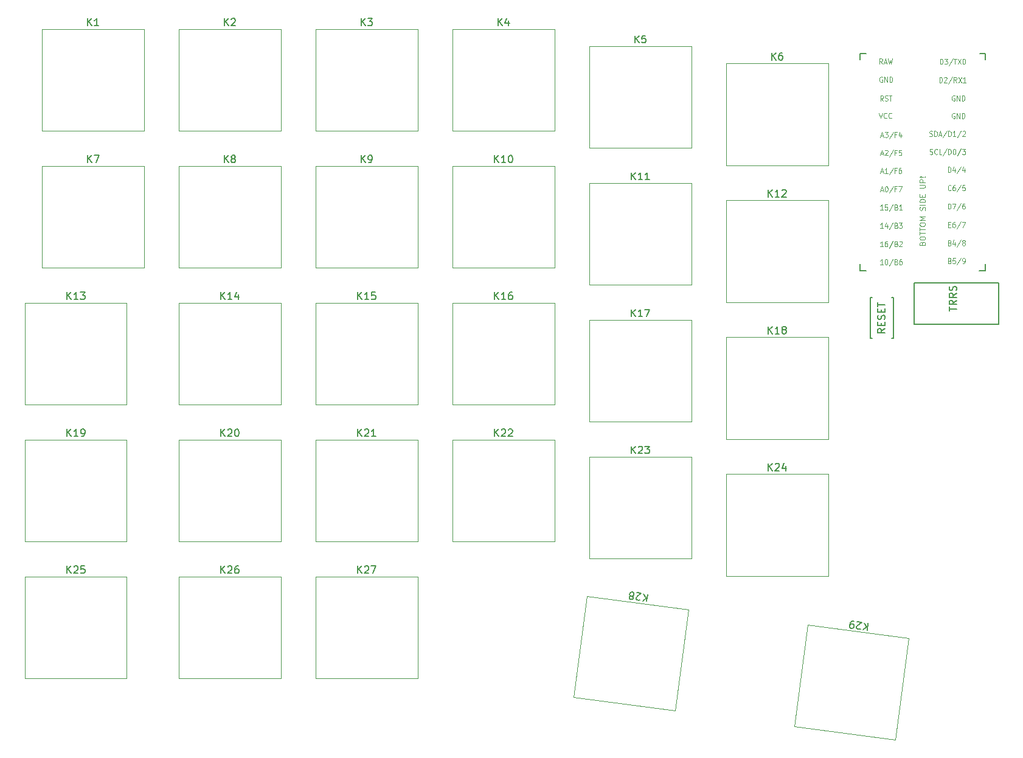
<source format=gbr>
%TF.GenerationSoftware,KiCad,Pcbnew,(6.0.4)*%
%TF.CreationDate,2022-10-11T17:38:10-05:00*%
%TF.ProjectId,GummyKey_Left,47756d6d-794b-4657-995f-4c6566742e6b,rev?*%
%TF.SameCoordinates,Original*%
%TF.FileFunction,Legend,Top*%
%TF.FilePolarity,Positive*%
%FSLAX46Y46*%
G04 Gerber Fmt 4.6, Leading zero omitted, Abs format (unit mm)*
G04 Created by KiCad (PCBNEW (6.0.4)) date 2022-10-11 17:38:10*
%MOMM*%
%LPD*%
G01*
G04 APERTURE LIST*
%ADD10C,0.100000*%
%ADD11C,0.150000*%
%ADD12C,0.125000*%
%ADD13C,0.120000*%
G04 APERTURE END LIST*
D10*
X205946428Y-77500000D02*
X205982142Y-77392857D01*
X206017857Y-77357142D01*
X206089285Y-77321428D01*
X206196428Y-77321428D01*
X206267857Y-77357142D01*
X206303571Y-77392857D01*
X206339285Y-77464285D01*
X206339285Y-77750000D01*
X205589285Y-77750000D01*
X205589285Y-77500000D01*
X205625000Y-77428571D01*
X205660714Y-77392857D01*
X205732142Y-77357142D01*
X205803571Y-77357142D01*
X205875000Y-77392857D01*
X205910714Y-77428571D01*
X205946428Y-77500000D01*
X205946428Y-77750000D01*
X205589285Y-76857142D02*
X205589285Y-76714285D01*
X205625000Y-76642857D01*
X205696428Y-76571428D01*
X205839285Y-76535714D01*
X206089285Y-76535714D01*
X206232142Y-76571428D01*
X206303571Y-76642857D01*
X206339285Y-76714285D01*
X206339285Y-76857142D01*
X206303571Y-76928571D01*
X206232142Y-77000000D01*
X206089285Y-77035714D01*
X205839285Y-77035714D01*
X205696428Y-77000000D01*
X205625000Y-76928571D01*
X205589285Y-76857142D01*
X205589285Y-76321428D02*
X205589285Y-75892857D01*
X206339285Y-76107142D02*
X205589285Y-76107142D01*
X205589285Y-75750000D02*
X205589285Y-75321428D01*
X206339285Y-75535714D02*
X205589285Y-75535714D01*
X205589285Y-74928571D02*
X205589285Y-74785714D01*
X205625000Y-74714285D01*
X205696428Y-74642857D01*
X205839285Y-74607142D01*
X206089285Y-74607142D01*
X206232142Y-74642857D01*
X206303571Y-74714285D01*
X206339285Y-74785714D01*
X206339285Y-74928571D01*
X206303571Y-75000000D01*
X206232142Y-75071428D01*
X206089285Y-75107142D01*
X205839285Y-75107142D01*
X205696428Y-75071428D01*
X205625000Y-75000000D01*
X205589285Y-74928571D01*
X206339285Y-74285714D02*
X205589285Y-74285714D01*
X206125000Y-74035714D01*
X205589285Y-73785714D01*
X206339285Y-73785714D01*
X206303571Y-72892857D02*
X206339285Y-72785714D01*
X206339285Y-72607142D01*
X206303571Y-72535714D01*
X206267857Y-72500000D01*
X206196428Y-72464285D01*
X206125000Y-72464285D01*
X206053571Y-72500000D01*
X206017857Y-72535714D01*
X205982142Y-72607142D01*
X205946428Y-72750000D01*
X205910714Y-72821428D01*
X205875000Y-72857142D01*
X205803571Y-72892857D01*
X205732142Y-72892857D01*
X205660714Y-72857142D01*
X205625000Y-72821428D01*
X205589285Y-72750000D01*
X205589285Y-72571428D01*
X205625000Y-72464285D01*
X206339285Y-72142857D02*
X205589285Y-72142857D01*
X206339285Y-71785714D02*
X205589285Y-71785714D01*
X205589285Y-71607142D01*
X205625000Y-71500000D01*
X205696428Y-71428571D01*
X205767857Y-71392857D01*
X205910714Y-71357142D01*
X206017857Y-71357142D01*
X206160714Y-71392857D01*
X206232142Y-71428571D01*
X206303571Y-71500000D01*
X206339285Y-71607142D01*
X206339285Y-71785714D01*
X205946428Y-71035714D02*
X205946428Y-70785714D01*
X206339285Y-70678571D02*
X206339285Y-71035714D01*
X205589285Y-71035714D01*
X205589285Y-70678571D01*
X205589285Y-69785714D02*
X206196428Y-69785714D01*
X206267857Y-69750000D01*
X206303571Y-69714285D01*
X206339285Y-69642857D01*
X206339285Y-69500000D01*
X206303571Y-69428571D01*
X206267857Y-69392857D01*
X206196428Y-69357142D01*
X205589285Y-69357142D01*
X206339285Y-69000000D02*
X205589285Y-69000000D01*
X205589285Y-68714285D01*
X205625000Y-68642857D01*
X205660714Y-68607142D01*
X205732142Y-68571428D01*
X205839285Y-68571428D01*
X205910714Y-68607142D01*
X205946428Y-68642857D01*
X205982142Y-68714285D01*
X205982142Y-69000000D01*
X206267857Y-68250000D02*
X206303571Y-68214285D01*
X206339285Y-68250000D01*
X206303571Y-68285714D01*
X206267857Y-68250000D01*
X206339285Y-68250000D01*
X206053571Y-68250000D02*
X205625000Y-68285714D01*
X205589285Y-68250000D01*
X205625000Y-68214285D01*
X206053571Y-68250000D01*
X205589285Y-68250000D01*
D11*
%TO.C,K18*%
X184523214Y-90083630D02*
X184523214Y-89083630D01*
X185094642Y-90083630D02*
X184666071Y-89512202D01*
X185094642Y-89083630D02*
X184523214Y-89655059D01*
X186047023Y-90083630D02*
X185475595Y-90083630D01*
X185761309Y-90083630D02*
X185761309Y-89083630D01*
X185666071Y-89226488D01*
X185570833Y-89321726D01*
X185475595Y-89369345D01*
X186618452Y-89512202D02*
X186523214Y-89464583D01*
X186475595Y-89416964D01*
X186427976Y-89321726D01*
X186427976Y-89274107D01*
X186475595Y-89178869D01*
X186523214Y-89131250D01*
X186618452Y-89083630D01*
X186808928Y-89083630D01*
X186904166Y-89131250D01*
X186951785Y-89178869D01*
X186999404Y-89274107D01*
X186999404Y-89321726D01*
X186951785Y-89416964D01*
X186904166Y-89464583D01*
X186808928Y-89512202D01*
X186618452Y-89512202D01*
X186523214Y-89559821D01*
X186475595Y-89607440D01*
X186427976Y-89702678D01*
X186427976Y-89893154D01*
X186475595Y-89988392D01*
X186523214Y-90036011D01*
X186618452Y-90083630D01*
X186808928Y-90083630D01*
X186904166Y-90036011D01*
X186951785Y-89988392D01*
X186999404Y-89893154D01*
X186999404Y-89702678D01*
X186951785Y-89607440D01*
X186904166Y-89559821D01*
X186808928Y-89512202D01*
%TO.C,K1*%
X89749404Y-47221130D02*
X89749404Y-46221130D01*
X90320833Y-47221130D02*
X89892261Y-46649702D01*
X90320833Y-46221130D02*
X89749404Y-46792559D01*
X91273214Y-47221130D02*
X90701785Y-47221130D01*
X90987500Y-47221130D02*
X90987500Y-46221130D01*
X90892261Y-46363988D01*
X90797023Y-46459226D01*
X90701785Y-46506845D01*
%TO.C,K10*%
X146423214Y-66271130D02*
X146423214Y-65271130D01*
X146994642Y-66271130D02*
X146566071Y-65699702D01*
X146994642Y-65271130D02*
X146423214Y-65842559D01*
X147947023Y-66271130D02*
X147375595Y-66271130D01*
X147661309Y-66271130D02*
X147661309Y-65271130D01*
X147566071Y-65413988D01*
X147470833Y-65509226D01*
X147375595Y-65556845D01*
X148566071Y-65271130D02*
X148661309Y-65271130D01*
X148756547Y-65318750D01*
X148804166Y-65366369D01*
X148851785Y-65461607D01*
X148899404Y-65652083D01*
X148899404Y-65890178D01*
X148851785Y-66080654D01*
X148804166Y-66175892D01*
X148756547Y-66223511D01*
X148661309Y-66271130D01*
X148566071Y-66271130D01*
X148470833Y-66223511D01*
X148423214Y-66175892D01*
X148375595Y-66080654D01*
X148327976Y-65890178D01*
X148327976Y-65652083D01*
X148375595Y-65461607D01*
X148423214Y-65366369D01*
X148470833Y-65318750D01*
X148566071Y-65271130D01*
%TO.C,K2*%
X108799404Y-47221130D02*
X108799404Y-46221130D01*
X109370833Y-47221130D02*
X108942261Y-46649702D01*
X109370833Y-46221130D02*
X108799404Y-46792559D01*
X109751785Y-46316369D02*
X109799404Y-46268750D01*
X109894642Y-46221130D01*
X110132738Y-46221130D01*
X110227976Y-46268750D01*
X110275595Y-46316369D01*
X110323214Y-46411607D01*
X110323214Y-46506845D01*
X110275595Y-46649702D01*
X109704166Y-47221130D01*
X110323214Y-47221130D01*
%TO.C,K23*%
X165473214Y-106752380D02*
X165473214Y-105752380D01*
X166044642Y-106752380D02*
X165616071Y-106180952D01*
X166044642Y-105752380D02*
X165473214Y-106323809D01*
X166425595Y-105847619D02*
X166473214Y-105800000D01*
X166568452Y-105752380D01*
X166806547Y-105752380D01*
X166901785Y-105800000D01*
X166949404Y-105847619D01*
X166997023Y-105942857D01*
X166997023Y-106038095D01*
X166949404Y-106180952D01*
X166377976Y-106752380D01*
X166997023Y-106752380D01*
X167330357Y-105752380D02*
X167949404Y-105752380D01*
X167616071Y-106133333D01*
X167758928Y-106133333D01*
X167854166Y-106180952D01*
X167901785Y-106228571D01*
X167949404Y-106323809D01*
X167949404Y-106561904D01*
X167901785Y-106657142D01*
X167854166Y-106704761D01*
X167758928Y-106752380D01*
X167473214Y-106752380D01*
X167377976Y-106704761D01*
X167330357Y-106657142D01*
%TO.C,K27*%
X127373214Y-123421130D02*
X127373214Y-122421130D01*
X127944642Y-123421130D02*
X127516071Y-122849702D01*
X127944642Y-122421130D02*
X127373214Y-122992559D01*
X128325595Y-122516369D02*
X128373214Y-122468750D01*
X128468452Y-122421130D01*
X128706547Y-122421130D01*
X128801785Y-122468750D01*
X128849404Y-122516369D01*
X128897023Y-122611607D01*
X128897023Y-122706845D01*
X128849404Y-122849702D01*
X128277976Y-123421130D01*
X128897023Y-123421130D01*
X129230357Y-122421130D02*
X129897023Y-122421130D01*
X129468452Y-123421130D01*
%TO.C,K6*%
X184999404Y-51983630D02*
X184999404Y-50983630D01*
X185570833Y-51983630D02*
X185142261Y-51412202D01*
X185570833Y-50983630D02*
X184999404Y-51555059D01*
X186427976Y-50983630D02*
X186237500Y-50983630D01*
X186142261Y-51031250D01*
X186094642Y-51078869D01*
X185999404Y-51221726D01*
X185951785Y-51412202D01*
X185951785Y-51793154D01*
X185999404Y-51888392D01*
X186047023Y-51936011D01*
X186142261Y-51983630D01*
X186332738Y-51983630D01*
X186427976Y-51936011D01*
X186475595Y-51888392D01*
X186523214Y-51793154D01*
X186523214Y-51555059D01*
X186475595Y-51459821D01*
X186427976Y-51412202D01*
X186332738Y-51364583D01*
X186142261Y-51364583D01*
X186047023Y-51412202D01*
X185999404Y-51459821D01*
X185951785Y-51555059D01*
D12*
%TO.C,U1*%
X200401880Y-52536285D02*
X200178547Y-52179142D01*
X200019023Y-52536285D02*
X200019023Y-51786285D01*
X200274261Y-51786285D01*
X200338071Y-51822000D01*
X200369976Y-51857714D01*
X200401880Y-51929142D01*
X200401880Y-52036285D01*
X200369976Y-52107714D01*
X200338071Y-52143428D01*
X200274261Y-52179142D01*
X200019023Y-52179142D01*
X200657119Y-52322000D02*
X200976166Y-52322000D01*
X200593309Y-52536285D02*
X200816642Y-51786285D01*
X201039976Y-52536285D01*
X201199500Y-51786285D02*
X201359023Y-52536285D01*
X201486642Y-52000571D01*
X201614261Y-52536285D01*
X201773785Y-51786285D01*
X200169285Y-67550000D02*
X200488333Y-67550000D01*
X200105476Y-67764285D02*
X200328809Y-67014285D01*
X200552142Y-67764285D01*
X201126428Y-67764285D02*
X200743571Y-67764285D01*
X200935000Y-67764285D02*
X200935000Y-67014285D01*
X200871190Y-67121428D01*
X200807380Y-67192857D01*
X200743571Y-67228571D01*
X201892142Y-66978571D02*
X201317857Y-67942857D01*
X202338809Y-67371428D02*
X202115476Y-67371428D01*
X202115476Y-67764285D02*
X202115476Y-67014285D01*
X202434523Y-67014285D01*
X202976904Y-67014285D02*
X202849285Y-67014285D01*
X202785476Y-67050000D01*
X202753571Y-67085714D01*
X202689761Y-67192857D01*
X202657857Y-67335714D01*
X202657857Y-67621428D01*
X202689761Y-67692857D01*
X202721666Y-67728571D01*
X202785476Y-67764285D01*
X202913095Y-67764285D01*
X202976904Y-67728571D01*
X203008809Y-67692857D01*
X203040714Y-67621428D01*
X203040714Y-67442857D01*
X203008809Y-67371428D01*
X202976904Y-67335714D01*
X202913095Y-67300000D01*
X202785476Y-67300000D01*
X202721666Y-67335714D01*
X202689761Y-67371428D01*
X202657857Y-67442857D01*
X199931666Y-59349285D02*
X200155000Y-60099285D01*
X200378333Y-59349285D01*
X200984523Y-60027857D02*
X200952619Y-60063571D01*
X200856904Y-60099285D01*
X200793095Y-60099285D01*
X200697380Y-60063571D01*
X200633571Y-59992142D01*
X200601666Y-59920714D01*
X200569761Y-59777857D01*
X200569761Y-59670714D01*
X200601666Y-59527857D01*
X200633571Y-59456428D01*
X200697380Y-59385000D01*
X200793095Y-59349285D01*
X200856904Y-59349285D01*
X200952619Y-59385000D01*
X200984523Y-59420714D01*
X201654523Y-60027857D02*
X201622619Y-60063571D01*
X201526904Y-60099285D01*
X201463095Y-60099285D01*
X201367380Y-60063571D01*
X201303571Y-59992142D01*
X201271666Y-59920714D01*
X201239761Y-59777857D01*
X201239761Y-59670714D01*
X201271666Y-59527857D01*
X201303571Y-59456428D01*
X201367380Y-59385000D01*
X201463095Y-59349285D01*
X201526904Y-59349285D01*
X201622619Y-59385000D01*
X201654523Y-59420714D01*
X200497595Y-57679785D02*
X200274261Y-57322642D01*
X200114738Y-57679785D02*
X200114738Y-56929785D01*
X200369976Y-56929785D01*
X200433785Y-56965500D01*
X200465690Y-57001214D01*
X200497595Y-57072642D01*
X200497595Y-57179785D01*
X200465690Y-57251214D01*
X200433785Y-57286928D01*
X200369976Y-57322642D01*
X200114738Y-57322642D01*
X200752833Y-57644071D02*
X200848547Y-57679785D01*
X201008071Y-57679785D01*
X201071880Y-57644071D01*
X201103785Y-57608357D01*
X201135690Y-57536928D01*
X201135690Y-57465500D01*
X201103785Y-57394071D01*
X201071880Y-57358357D01*
X201008071Y-57322642D01*
X200880452Y-57286928D01*
X200816642Y-57251214D01*
X200784738Y-57215500D01*
X200752833Y-57144071D01*
X200752833Y-57072642D01*
X200784738Y-57001214D01*
X200816642Y-56965500D01*
X200880452Y-56929785D01*
X201039976Y-56929785D01*
X201135690Y-56965500D01*
X201327119Y-56929785D02*
X201709976Y-56929785D01*
X201518547Y-57679785D02*
X201518547Y-56929785D01*
X200169285Y-70100000D02*
X200488333Y-70100000D01*
X200105476Y-70314285D02*
X200328809Y-69564285D01*
X200552142Y-70314285D01*
X200903095Y-69564285D02*
X200966904Y-69564285D01*
X201030714Y-69600000D01*
X201062619Y-69635714D01*
X201094523Y-69707142D01*
X201126428Y-69850000D01*
X201126428Y-70028571D01*
X201094523Y-70171428D01*
X201062619Y-70242857D01*
X201030714Y-70278571D01*
X200966904Y-70314285D01*
X200903095Y-70314285D01*
X200839285Y-70278571D01*
X200807380Y-70242857D01*
X200775476Y-70171428D01*
X200743571Y-70028571D01*
X200743571Y-69850000D01*
X200775476Y-69707142D01*
X200807380Y-69635714D01*
X200839285Y-69600000D01*
X200903095Y-69564285D01*
X201892142Y-69528571D02*
X201317857Y-70492857D01*
X202338809Y-69921428D02*
X202115476Y-69921428D01*
X202115476Y-70314285D02*
X202115476Y-69564285D01*
X202434523Y-69564285D01*
X202625952Y-69564285D02*
X203072619Y-69564285D01*
X202785476Y-70314285D01*
X206982380Y-65078571D02*
X207078095Y-65114285D01*
X207237619Y-65114285D01*
X207301428Y-65078571D01*
X207333333Y-65042857D01*
X207365238Y-64971428D01*
X207365238Y-64900000D01*
X207333333Y-64828571D01*
X207301428Y-64792857D01*
X207237619Y-64757142D01*
X207110000Y-64721428D01*
X207046190Y-64685714D01*
X207014285Y-64650000D01*
X206982380Y-64578571D01*
X206982380Y-64507142D01*
X207014285Y-64435714D01*
X207046190Y-64400000D01*
X207110000Y-64364285D01*
X207269523Y-64364285D01*
X207365238Y-64400000D01*
X208035238Y-65042857D02*
X208003333Y-65078571D01*
X207907619Y-65114285D01*
X207843809Y-65114285D01*
X207748095Y-65078571D01*
X207684285Y-65007142D01*
X207652380Y-64935714D01*
X207620476Y-64792857D01*
X207620476Y-64685714D01*
X207652380Y-64542857D01*
X207684285Y-64471428D01*
X207748095Y-64400000D01*
X207843809Y-64364285D01*
X207907619Y-64364285D01*
X208003333Y-64400000D01*
X208035238Y-64435714D01*
X208641428Y-65114285D02*
X208322380Y-65114285D01*
X208322380Y-64364285D01*
X209343333Y-64328571D02*
X208769047Y-65292857D01*
X209566666Y-65114285D02*
X209566666Y-64364285D01*
X209726190Y-64364285D01*
X209821904Y-64400000D01*
X209885714Y-64471428D01*
X209917619Y-64542857D01*
X209949523Y-64685714D01*
X209949523Y-64792857D01*
X209917619Y-64935714D01*
X209885714Y-65007142D01*
X209821904Y-65078571D01*
X209726190Y-65114285D01*
X209566666Y-65114285D01*
X210364285Y-64364285D02*
X210428095Y-64364285D01*
X210491904Y-64400000D01*
X210523809Y-64435714D01*
X210555714Y-64507142D01*
X210587619Y-64650000D01*
X210587619Y-64828571D01*
X210555714Y-64971428D01*
X210523809Y-65042857D01*
X210491904Y-65078571D01*
X210428095Y-65114285D01*
X210364285Y-65114285D01*
X210300476Y-65078571D01*
X210268571Y-65042857D01*
X210236666Y-64971428D01*
X210204761Y-64828571D01*
X210204761Y-64650000D01*
X210236666Y-64507142D01*
X210268571Y-64435714D01*
X210300476Y-64400000D01*
X210364285Y-64364285D01*
X211353333Y-64328571D02*
X210779047Y-65292857D01*
X211512857Y-64364285D02*
X211927619Y-64364285D01*
X211704285Y-64650000D01*
X211800000Y-64650000D01*
X211863809Y-64685714D01*
X211895714Y-64721428D01*
X211927619Y-64792857D01*
X211927619Y-64971428D01*
X211895714Y-65042857D01*
X211863809Y-65078571D01*
X211800000Y-65114285D01*
X211608571Y-65114285D01*
X211544761Y-65078571D01*
X211512857Y-65042857D01*
X200169285Y-65050000D02*
X200488333Y-65050000D01*
X200105476Y-65264285D02*
X200328809Y-64514285D01*
X200552142Y-65264285D01*
X200743571Y-64585714D02*
X200775476Y-64550000D01*
X200839285Y-64514285D01*
X200998809Y-64514285D01*
X201062619Y-64550000D01*
X201094523Y-64585714D01*
X201126428Y-64657142D01*
X201126428Y-64728571D01*
X201094523Y-64835714D01*
X200711666Y-65264285D01*
X201126428Y-65264285D01*
X201892142Y-64478571D02*
X201317857Y-65442857D01*
X202338809Y-64871428D02*
X202115476Y-64871428D01*
X202115476Y-65264285D02*
X202115476Y-64514285D01*
X202434523Y-64514285D01*
X203008809Y-64514285D02*
X202689761Y-64514285D01*
X202657857Y-64871428D01*
X202689761Y-64835714D01*
X202753571Y-64800000D01*
X202913095Y-64800000D01*
X202976904Y-64835714D01*
X203008809Y-64871428D01*
X203040714Y-64942857D01*
X203040714Y-65121428D01*
X203008809Y-65192857D01*
X202976904Y-65228571D01*
X202913095Y-65264285D01*
X202753571Y-65264285D01*
X202689761Y-65228571D01*
X202657857Y-65192857D01*
X200472380Y-72864285D02*
X200089523Y-72864285D01*
X200280952Y-72864285D02*
X200280952Y-72114285D01*
X200217142Y-72221428D01*
X200153333Y-72292857D01*
X200089523Y-72328571D01*
X201078571Y-72114285D02*
X200759523Y-72114285D01*
X200727619Y-72471428D01*
X200759523Y-72435714D01*
X200823333Y-72400000D01*
X200982857Y-72400000D01*
X201046666Y-72435714D01*
X201078571Y-72471428D01*
X201110476Y-72542857D01*
X201110476Y-72721428D01*
X201078571Y-72792857D01*
X201046666Y-72828571D01*
X200982857Y-72864285D01*
X200823333Y-72864285D01*
X200759523Y-72828571D01*
X200727619Y-72792857D01*
X201876190Y-72078571D02*
X201301904Y-73042857D01*
X202322857Y-72471428D02*
X202418571Y-72507142D01*
X202450476Y-72542857D01*
X202482380Y-72614285D01*
X202482380Y-72721428D01*
X202450476Y-72792857D01*
X202418571Y-72828571D01*
X202354761Y-72864285D01*
X202099523Y-72864285D01*
X202099523Y-72114285D01*
X202322857Y-72114285D01*
X202386666Y-72150000D01*
X202418571Y-72185714D01*
X202450476Y-72257142D01*
X202450476Y-72328571D01*
X202418571Y-72400000D01*
X202386666Y-72435714D01*
X202322857Y-72471428D01*
X202099523Y-72471428D01*
X203120476Y-72864285D02*
X202737619Y-72864285D01*
X202929047Y-72864285D02*
X202929047Y-72114285D01*
X202865238Y-72221428D01*
X202801428Y-72292857D01*
X202737619Y-72328571D01*
X210444523Y-56950000D02*
X210380714Y-56914285D01*
X210285000Y-56914285D01*
X210189285Y-56950000D01*
X210125476Y-57021428D01*
X210093571Y-57092857D01*
X210061666Y-57235714D01*
X210061666Y-57342857D01*
X210093571Y-57485714D01*
X210125476Y-57557142D01*
X210189285Y-57628571D01*
X210285000Y-57664285D01*
X210348809Y-57664285D01*
X210444523Y-57628571D01*
X210476428Y-57592857D01*
X210476428Y-57342857D01*
X210348809Y-57342857D01*
X210763571Y-57664285D02*
X210763571Y-56914285D01*
X211146428Y-57664285D01*
X211146428Y-56914285D01*
X211465476Y-57664285D02*
X211465476Y-56914285D01*
X211625000Y-56914285D01*
X211720714Y-56950000D01*
X211784523Y-57021428D01*
X211816428Y-57092857D01*
X211848333Y-57235714D01*
X211848333Y-57342857D01*
X211816428Y-57485714D01*
X211784523Y-57557142D01*
X211720714Y-57628571D01*
X211625000Y-57664285D01*
X211465476Y-57664285D01*
X200374523Y-54360000D02*
X200310714Y-54324285D01*
X200215000Y-54324285D01*
X200119285Y-54360000D01*
X200055476Y-54431428D01*
X200023571Y-54502857D01*
X199991666Y-54645714D01*
X199991666Y-54752857D01*
X200023571Y-54895714D01*
X200055476Y-54967142D01*
X200119285Y-55038571D01*
X200215000Y-55074285D01*
X200278809Y-55074285D01*
X200374523Y-55038571D01*
X200406428Y-55002857D01*
X200406428Y-54752857D01*
X200278809Y-54752857D01*
X200693571Y-55074285D02*
X200693571Y-54324285D01*
X201076428Y-55074285D01*
X201076428Y-54324285D01*
X201395476Y-55074285D02*
X201395476Y-54324285D01*
X201555000Y-54324285D01*
X201650714Y-54360000D01*
X201714523Y-54431428D01*
X201746428Y-54502857D01*
X201778333Y-54645714D01*
X201778333Y-54752857D01*
X201746428Y-54895714D01*
X201714523Y-54967142D01*
X201650714Y-55038571D01*
X201555000Y-55074285D01*
X201395476Y-55074285D01*
X200472380Y-75414285D02*
X200089523Y-75414285D01*
X200280952Y-75414285D02*
X200280952Y-74664285D01*
X200217142Y-74771428D01*
X200153333Y-74842857D01*
X200089523Y-74878571D01*
X201046666Y-74914285D02*
X201046666Y-75414285D01*
X200887142Y-74628571D02*
X200727619Y-75164285D01*
X201142380Y-75164285D01*
X201876190Y-74628571D02*
X201301904Y-75592857D01*
X202322857Y-75021428D02*
X202418571Y-75057142D01*
X202450476Y-75092857D01*
X202482380Y-75164285D01*
X202482380Y-75271428D01*
X202450476Y-75342857D01*
X202418571Y-75378571D01*
X202354761Y-75414285D01*
X202099523Y-75414285D01*
X202099523Y-74664285D01*
X202322857Y-74664285D01*
X202386666Y-74700000D01*
X202418571Y-74735714D01*
X202450476Y-74807142D01*
X202450476Y-74878571D01*
X202418571Y-74950000D01*
X202386666Y-74985714D01*
X202322857Y-75021428D01*
X202099523Y-75021428D01*
X202705714Y-74664285D02*
X203120476Y-74664285D01*
X202897142Y-74950000D01*
X202992857Y-74950000D01*
X203056666Y-74985714D01*
X203088571Y-75021428D01*
X203120476Y-75092857D01*
X203120476Y-75271428D01*
X203088571Y-75342857D01*
X203056666Y-75378571D01*
X202992857Y-75414285D01*
X202801428Y-75414285D01*
X202737619Y-75378571D01*
X202705714Y-75342857D01*
X200472380Y-77964285D02*
X200089523Y-77964285D01*
X200280952Y-77964285D02*
X200280952Y-77214285D01*
X200217142Y-77321428D01*
X200153333Y-77392857D01*
X200089523Y-77428571D01*
X201046666Y-77214285D02*
X200919047Y-77214285D01*
X200855238Y-77250000D01*
X200823333Y-77285714D01*
X200759523Y-77392857D01*
X200727619Y-77535714D01*
X200727619Y-77821428D01*
X200759523Y-77892857D01*
X200791428Y-77928571D01*
X200855238Y-77964285D01*
X200982857Y-77964285D01*
X201046666Y-77928571D01*
X201078571Y-77892857D01*
X201110476Y-77821428D01*
X201110476Y-77642857D01*
X201078571Y-77571428D01*
X201046666Y-77535714D01*
X200982857Y-77500000D01*
X200855238Y-77500000D01*
X200791428Y-77535714D01*
X200759523Y-77571428D01*
X200727619Y-77642857D01*
X201876190Y-77178571D02*
X201301904Y-78142857D01*
X202322857Y-77571428D02*
X202418571Y-77607142D01*
X202450476Y-77642857D01*
X202482380Y-77714285D01*
X202482380Y-77821428D01*
X202450476Y-77892857D01*
X202418571Y-77928571D01*
X202354761Y-77964285D01*
X202099523Y-77964285D01*
X202099523Y-77214285D01*
X202322857Y-77214285D01*
X202386666Y-77250000D01*
X202418571Y-77285714D01*
X202450476Y-77357142D01*
X202450476Y-77428571D01*
X202418571Y-77500000D01*
X202386666Y-77535714D01*
X202322857Y-77571428D01*
X202099523Y-77571428D01*
X202737619Y-77285714D02*
X202769523Y-77250000D01*
X202833333Y-77214285D01*
X202992857Y-77214285D01*
X203056666Y-77250000D01*
X203088571Y-77285714D01*
X203120476Y-77357142D01*
X203120476Y-77428571D01*
X203088571Y-77535714D01*
X202705714Y-77964285D01*
X203120476Y-77964285D01*
X209540476Y-67614285D02*
X209540476Y-66864285D01*
X209700000Y-66864285D01*
X209795714Y-66900000D01*
X209859523Y-66971428D01*
X209891428Y-67042857D01*
X209923333Y-67185714D01*
X209923333Y-67292857D01*
X209891428Y-67435714D01*
X209859523Y-67507142D01*
X209795714Y-67578571D01*
X209700000Y-67614285D01*
X209540476Y-67614285D01*
X210497619Y-67114285D02*
X210497619Y-67614285D01*
X210338095Y-66828571D02*
X210178571Y-67364285D01*
X210593333Y-67364285D01*
X211327142Y-66828571D02*
X210752857Y-67792857D01*
X211837619Y-67114285D02*
X211837619Y-67614285D01*
X211678095Y-66828571D02*
X211518571Y-67364285D01*
X211933333Y-67364285D01*
X210444523Y-59400000D02*
X210380714Y-59364285D01*
X210285000Y-59364285D01*
X210189285Y-59400000D01*
X210125476Y-59471428D01*
X210093571Y-59542857D01*
X210061666Y-59685714D01*
X210061666Y-59792857D01*
X210093571Y-59935714D01*
X210125476Y-60007142D01*
X210189285Y-60078571D01*
X210285000Y-60114285D01*
X210348809Y-60114285D01*
X210444523Y-60078571D01*
X210476428Y-60042857D01*
X210476428Y-59792857D01*
X210348809Y-59792857D01*
X210763571Y-60114285D02*
X210763571Y-59364285D01*
X211146428Y-60114285D01*
X211146428Y-59364285D01*
X211465476Y-60114285D02*
X211465476Y-59364285D01*
X211625000Y-59364285D01*
X211720714Y-59400000D01*
X211784523Y-59471428D01*
X211816428Y-59542857D01*
X211848333Y-59685714D01*
X211848333Y-59792857D01*
X211816428Y-59935714D01*
X211784523Y-60007142D01*
X211720714Y-60078571D01*
X211625000Y-60114285D01*
X211465476Y-60114285D01*
X206966428Y-62578571D02*
X207062142Y-62614285D01*
X207221666Y-62614285D01*
X207285476Y-62578571D01*
X207317380Y-62542857D01*
X207349285Y-62471428D01*
X207349285Y-62400000D01*
X207317380Y-62328571D01*
X207285476Y-62292857D01*
X207221666Y-62257142D01*
X207094047Y-62221428D01*
X207030238Y-62185714D01*
X206998333Y-62150000D01*
X206966428Y-62078571D01*
X206966428Y-62007142D01*
X206998333Y-61935714D01*
X207030238Y-61900000D01*
X207094047Y-61864285D01*
X207253571Y-61864285D01*
X207349285Y-61900000D01*
X207636428Y-62614285D02*
X207636428Y-61864285D01*
X207795952Y-61864285D01*
X207891666Y-61900000D01*
X207955476Y-61971428D01*
X207987380Y-62042857D01*
X208019285Y-62185714D01*
X208019285Y-62292857D01*
X207987380Y-62435714D01*
X207955476Y-62507142D01*
X207891666Y-62578571D01*
X207795952Y-62614285D01*
X207636428Y-62614285D01*
X208274523Y-62400000D02*
X208593571Y-62400000D01*
X208210714Y-62614285D02*
X208434047Y-61864285D01*
X208657380Y-62614285D01*
X209359285Y-61828571D02*
X208785000Y-62792857D01*
X209582619Y-62614285D02*
X209582619Y-61864285D01*
X209742142Y-61864285D01*
X209837857Y-61900000D01*
X209901666Y-61971428D01*
X209933571Y-62042857D01*
X209965476Y-62185714D01*
X209965476Y-62292857D01*
X209933571Y-62435714D01*
X209901666Y-62507142D01*
X209837857Y-62578571D01*
X209742142Y-62614285D01*
X209582619Y-62614285D01*
X210603571Y-62614285D02*
X210220714Y-62614285D01*
X210412142Y-62614285D02*
X210412142Y-61864285D01*
X210348333Y-61971428D01*
X210284523Y-62042857D01*
X210220714Y-62078571D01*
X211369285Y-61828571D02*
X210795000Y-62792857D01*
X211560714Y-61935714D02*
X211592619Y-61900000D01*
X211656428Y-61864285D01*
X211815952Y-61864285D01*
X211879761Y-61900000D01*
X211911666Y-61935714D01*
X211943571Y-62007142D01*
X211943571Y-62078571D01*
X211911666Y-62185714D01*
X211528809Y-62614285D01*
X211943571Y-62614285D01*
X209923333Y-70092857D02*
X209891428Y-70128571D01*
X209795714Y-70164285D01*
X209731904Y-70164285D01*
X209636190Y-70128571D01*
X209572380Y-70057142D01*
X209540476Y-69985714D01*
X209508571Y-69842857D01*
X209508571Y-69735714D01*
X209540476Y-69592857D01*
X209572380Y-69521428D01*
X209636190Y-69450000D01*
X209731904Y-69414285D01*
X209795714Y-69414285D01*
X209891428Y-69450000D01*
X209923333Y-69485714D01*
X210497619Y-69414285D02*
X210370000Y-69414285D01*
X210306190Y-69450000D01*
X210274285Y-69485714D01*
X210210476Y-69592857D01*
X210178571Y-69735714D01*
X210178571Y-70021428D01*
X210210476Y-70092857D01*
X210242380Y-70128571D01*
X210306190Y-70164285D01*
X210433809Y-70164285D01*
X210497619Y-70128571D01*
X210529523Y-70092857D01*
X210561428Y-70021428D01*
X210561428Y-69842857D01*
X210529523Y-69771428D01*
X210497619Y-69735714D01*
X210433809Y-69700000D01*
X210306190Y-69700000D01*
X210242380Y-69735714D01*
X210210476Y-69771428D01*
X210178571Y-69842857D01*
X211327142Y-69378571D02*
X210752857Y-70342857D01*
X211869523Y-69414285D02*
X211550476Y-69414285D01*
X211518571Y-69771428D01*
X211550476Y-69735714D01*
X211614285Y-69700000D01*
X211773809Y-69700000D01*
X211837619Y-69735714D01*
X211869523Y-69771428D01*
X211901428Y-69842857D01*
X211901428Y-70021428D01*
X211869523Y-70092857D01*
X211837619Y-70128571D01*
X211773809Y-70164285D01*
X211614285Y-70164285D01*
X211550476Y-70128571D01*
X211518571Y-70092857D01*
X209572380Y-74871428D02*
X209795714Y-74871428D01*
X209891428Y-75264285D02*
X209572380Y-75264285D01*
X209572380Y-74514285D01*
X209891428Y-74514285D01*
X210465714Y-74514285D02*
X210338095Y-74514285D01*
X210274285Y-74550000D01*
X210242380Y-74585714D01*
X210178571Y-74692857D01*
X210146666Y-74835714D01*
X210146666Y-75121428D01*
X210178571Y-75192857D01*
X210210476Y-75228571D01*
X210274285Y-75264285D01*
X210401904Y-75264285D01*
X210465714Y-75228571D01*
X210497619Y-75192857D01*
X210529523Y-75121428D01*
X210529523Y-74942857D01*
X210497619Y-74871428D01*
X210465714Y-74835714D01*
X210401904Y-74800000D01*
X210274285Y-74800000D01*
X210210476Y-74835714D01*
X210178571Y-74871428D01*
X210146666Y-74942857D01*
X211295238Y-74478571D02*
X210720952Y-75442857D01*
X211454761Y-74514285D02*
X211901428Y-74514285D01*
X211614285Y-75264285D01*
X209763809Y-79921428D02*
X209859523Y-79957142D01*
X209891428Y-79992857D01*
X209923333Y-80064285D01*
X209923333Y-80171428D01*
X209891428Y-80242857D01*
X209859523Y-80278571D01*
X209795714Y-80314285D01*
X209540476Y-80314285D01*
X209540476Y-79564285D01*
X209763809Y-79564285D01*
X209827619Y-79600000D01*
X209859523Y-79635714D01*
X209891428Y-79707142D01*
X209891428Y-79778571D01*
X209859523Y-79850000D01*
X209827619Y-79885714D01*
X209763809Y-79921428D01*
X209540476Y-79921428D01*
X210529523Y-79564285D02*
X210210476Y-79564285D01*
X210178571Y-79921428D01*
X210210476Y-79885714D01*
X210274285Y-79850000D01*
X210433809Y-79850000D01*
X210497619Y-79885714D01*
X210529523Y-79921428D01*
X210561428Y-79992857D01*
X210561428Y-80171428D01*
X210529523Y-80242857D01*
X210497619Y-80278571D01*
X210433809Y-80314285D01*
X210274285Y-80314285D01*
X210210476Y-80278571D01*
X210178571Y-80242857D01*
X211327142Y-79528571D02*
X210752857Y-80492857D01*
X211582380Y-80314285D02*
X211710000Y-80314285D01*
X211773809Y-80278571D01*
X211805714Y-80242857D01*
X211869523Y-80135714D01*
X211901428Y-79992857D01*
X211901428Y-79707142D01*
X211869523Y-79635714D01*
X211837619Y-79600000D01*
X211773809Y-79564285D01*
X211646190Y-79564285D01*
X211582380Y-79600000D01*
X211550476Y-79635714D01*
X211518571Y-79707142D01*
X211518571Y-79885714D01*
X211550476Y-79957142D01*
X211582380Y-79992857D01*
X211646190Y-80028571D01*
X211773809Y-80028571D01*
X211837619Y-79992857D01*
X211869523Y-79957142D01*
X211901428Y-79885714D01*
X209540476Y-72714285D02*
X209540476Y-71964285D01*
X209700000Y-71964285D01*
X209795714Y-72000000D01*
X209859523Y-72071428D01*
X209891428Y-72142857D01*
X209923333Y-72285714D01*
X209923333Y-72392857D01*
X209891428Y-72535714D01*
X209859523Y-72607142D01*
X209795714Y-72678571D01*
X209700000Y-72714285D01*
X209540476Y-72714285D01*
X210146666Y-71964285D02*
X210593333Y-71964285D01*
X210306190Y-72714285D01*
X211327142Y-71928571D02*
X210752857Y-72892857D01*
X211837619Y-71964285D02*
X211710000Y-71964285D01*
X211646190Y-72000000D01*
X211614285Y-72035714D01*
X211550476Y-72142857D01*
X211518571Y-72285714D01*
X211518571Y-72571428D01*
X211550476Y-72642857D01*
X211582380Y-72678571D01*
X211646190Y-72714285D01*
X211773809Y-72714285D01*
X211837619Y-72678571D01*
X211869523Y-72642857D01*
X211901428Y-72571428D01*
X211901428Y-72392857D01*
X211869523Y-72321428D01*
X211837619Y-72285714D01*
X211773809Y-72250000D01*
X211646190Y-72250000D01*
X211582380Y-72285714D01*
X211550476Y-72321428D01*
X211518571Y-72392857D01*
X200169285Y-62550000D02*
X200488333Y-62550000D01*
X200105476Y-62764285D02*
X200328809Y-62014285D01*
X200552142Y-62764285D01*
X200711666Y-62014285D02*
X201126428Y-62014285D01*
X200903095Y-62300000D01*
X200998809Y-62300000D01*
X201062619Y-62335714D01*
X201094523Y-62371428D01*
X201126428Y-62442857D01*
X201126428Y-62621428D01*
X201094523Y-62692857D01*
X201062619Y-62728571D01*
X200998809Y-62764285D01*
X200807380Y-62764285D01*
X200743571Y-62728571D01*
X200711666Y-62692857D01*
X201892142Y-61978571D02*
X201317857Y-62942857D01*
X202338809Y-62371428D02*
X202115476Y-62371428D01*
X202115476Y-62764285D02*
X202115476Y-62014285D01*
X202434523Y-62014285D01*
X202976904Y-62264285D02*
X202976904Y-62764285D01*
X202817380Y-61978571D02*
X202657857Y-62514285D01*
X203072619Y-62514285D01*
X209763809Y-77421428D02*
X209859523Y-77457142D01*
X209891428Y-77492857D01*
X209923333Y-77564285D01*
X209923333Y-77671428D01*
X209891428Y-77742857D01*
X209859523Y-77778571D01*
X209795714Y-77814285D01*
X209540476Y-77814285D01*
X209540476Y-77064285D01*
X209763809Y-77064285D01*
X209827619Y-77100000D01*
X209859523Y-77135714D01*
X209891428Y-77207142D01*
X209891428Y-77278571D01*
X209859523Y-77350000D01*
X209827619Y-77385714D01*
X209763809Y-77421428D01*
X209540476Y-77421428D01*
X210497619Y-77314285D02*
X210497619Y-77814285D01*
X210338095Y-77028571D02*
X210178571Y-77564285D01*
X210593333Y-77564285D01*
X211327142Y-77028571D02*
X210752857Y-77992857D01*
X211646190Y-77385714D02*
X211582380Y-77350000D01*
X211550476Y-77314285D01*
X211518571Y-77242857D01*
X211518571Y-77207142D01*
X211550476Y-77135714D01*
X211582380Y-77100000D01*
X211646190Y-77064285D01*
X211773809Y-77064285D01*
X211837619Y-77100000D01*
X211869523Y-77135714D01*
X211901428Y-77207142D01*
X211901428Y-77242857D01*
X211869523Y-77314285D01*
X211837619Y-77350000D01*
X211773809Y-77385714D01*
X211646190Y-77385714D01*
X211582380Y-77421428D01*
X211550476Y-77457142D01*
X211518571Y-77528571D01*
X211518571Y-77671428D01*
X211550476Y-77742857D01*
X211582380Y-77778571D01*
X211646190Y-77814285D01*
X211773809Y-77814285D01*
X211837619Y-77778571D01*
X211869523Y-77742857D01*
X211901428Y-77671428D01*
X211901428Y-77528571D01*
X211869523Y-77457142D01*
X211837619Y-77421428D01*
X211773809Y-77385714D01*
X208336428Y-55114285D02*
X208336428Y-54364285D01*
X208495952Y-54364285D01*
X208591666Y-54400000D01*
X208655476Y-54471428D01*
X208687380Y-54542857D01*
X208719285Y-54685714D01*
X208719285Y-54792857D01*
X208687380Y-54935714D01*
X208655476Y-55007142D01*
X208591666Y-55078571D01*
X208495952Y-55114285D01*
X208336428Y-55114285D01*
X208974523Y-54435714D02*
X209006428Y-54400000D01*
X209070238Y-54364285D01*
X209229761Y-54364285D01*
X209293571Y-54400000D01*
X209325476Y-54435714D01*
X209357380Y-54507142D01*
X209357380Y-54578571D01*
X209325476Y-54685714D01*
X208942619Y-55114285D01*
X209357380Y-55114285D01*
X210123095Y-54328571D02*
X209548809Y-55292857D01*
X210729285Y-55114285D02*
X210505952Y-54757142D01*
X210346428Y-55114285D02*
X210346428Y-54364285D01*
X210601666Y-54364285D01*
X210665476Y-54400000D01*
X210697380Y-54435714D01*
X210729285Y-54507142D01*
X210729285Y-54614285D01*
X210697380Y-54685714D01*
X210665476Y-54721428D01*
X210601666Y-54757142D01*
X210346428Y-54757142D01*
X210952619Y-54364285D02*
X211399285Y-55114285D01*
X211399285Y-54364285D02*
X210952619Y-55114285D01*
X212005476Y-55114285D02*
X211622619Y-55114285D01*
X211814047Y-55114285D02*
X211814047Y-54364285D01*
X211750238Y-54471428D01*
X211686428Y-54542857D01*
X211622619Y-54578571D01*
X208416190Y-52564285D02*
X208416190Y-51814285D01*
X208575714Y-51814285D01*
X208671428Y-51850000D01*
X208735238Y-51921428D01*
X208767142Y-51992857D01*
X208799047Y-52135714D01*
X208799047Y-52242857D01*
X208767142Y-52385714D01*
X208735238Y-52457142D01*
X208671428Y-52528571D01*
X208575714Y-52564285D01*
X208416190Y-52564285D01*
X209022380Y-51814285D02*
X209437142Y-51814285D01*
X209213809Y-52100000D01*
X209309523Y-52100000D01*
X209373333Y-52135714D01*
X209405238Y-52171428D01*
X209437142Y-52242857D01*
X209437142Y-52421428D01*
X209405238Y-52492857D01*
X209373333Y-52528571D01*
X209309523Y-52564285D01*
X209118095Y-52564285D01*
X209054285Y-52528571D01*
X209022380Y-52492857D01*
X210202857Y-51778571D02*
X209628571Y-52742857D01*
X210330476Y-51814285D02*
X210713333Y-51814285D01*
X210521904Y-52564285D02*
X210521904Y-51814285D01*
X210872857Y-51814285D02*
X211319523Y-52564285D01*
X211319523Y-51814285D02*
X210872857Y-52564285D01*
X211702380Y-51814285D02*
X211766190Y-51814285D01*
X211830000Y-51850000D01*
X211861904Y-51885714D01*
X211893809Y-51957142D01*
X211925714Y-52100000D01*
X211925714Y-52278571D01*
X211893809Y-52421428D01*
X211861904Y-52492857D01*
X211830000Y-52528571D01*
X211766190Y-52564285D01*
X211702380Y-52564285D01*
X211638571Y-52528571D01*
X211606666Y-52492857D01*
X211574761Y-52421428D01*
X211542857Y-52278571D01*
X211542857Y-52100000D01*
X211574761Y-51957142D01*
X211606666Y-51885714D01*
X211638571Y-51850000D01*
X211702380Y-51814285D01*
X200472380Y-80464285D02*
X200089523Y-80464285D01*
X200280952Y-80464285D02*
X200280952Y-79714285D01*
X200217142Y-79821428D01*
X200153333Y-79892857D01*
X200089523Y-79928571D01*
X200887142Y-79714285D02*
X200950952Y-79714285D01*
X201014761Y-79750000D01*
X201046666Y-79785714D01*
X201078571Y-79857142D01*
X201110476Y-80000000D01*
X201110476Y-80178571D01*
X201078571Y-80321428D01*
X201046666Y-80392857D01*
X201014761Y-80428571D01*
X200950952Y-80464285D01*
X200887142Y-80464285D01*
X200823333Y-80428571D01*
X200791428Y-80392857D01*
X200759523Y-80321428D01*
X200727619Y-80178571D01*
X200727619Y-80000000D01*
X200759523Y-79857142D01*
X200791428Y-79785714D01*
X200823333Y-79750000D01*
X200887142Y-79714285D01*
X201876190Y-79678571D02*
X201301904Y-80642857D01*
X202322857Y-80071428D02*
X202418571Y-80107142D01*
X202450476Y-80142857D01*
X202482380Y-80214285D01*
X202482380Y-80321428D01*
X202450476Y-80392857D01*
X202418571Y-80428571D01*
X202354761Y-80464285D01*
X202099523Y-80464285D01*
X202099523Y-79714285D01*
X202322857Y-79714285D01*
X202386666Y-79750000D01*
X202418571Y-79785714D01*
X202450476Y-79857142D01*
X202450476Y-79928571D01*
X202418571Y-80000000D01*
X202386666Y-80035714D01*
X202322857Y-80071428D01*
X202099523Y-80071428D01*
X203056666Y-79714285D02*
X202929047Y-79714285D01*
X202865238Y-79750000D01*
X202833333Y-79785714D01*
X202769523Y-79892857D01*
X202737619Y-80035714D01*
X202737619Y-80321428D01*
X202769523Y-80392857D01*
X202801428Y-80428571D01*
X202865238Y-80464285D01*
X202992857Y-80464285D01*
X203056666Y-80428571D01*
X203088571Y-80392857D01*
X203120476Y-80321428D01*
X203120476Y-80142857D01*
X203088571Y-80071428D01*
X203056666Y-80035714D01*
X202992857Y-80000000D01*
X202865238Y-80000000D01*
X202801428Y-80035714D01*
X202769523Y-80071428D01*
X202737619Y-80142857D01*
D11*
%TO.C,K29*%
X198398649Y-130373368D02*
X198268123Y-131364813D01*
X197832109Y-130298781D02*
X198182428Y-130921261D01*
X197701583Y-131290226D02*
X198342710Y-130798273D01*
X197336321Y-131146079D02*
X197282894Y-131187075D01*
X197182255Y-131221855D01*
X196946197Y-131190778D01*
X196857989Y-131131135D01*
X196816993Y-131077708D01*
X196782212Y-130977069D01*
X196794643Y-130882646D01*
X196860502Y-130747226D01*
X197501628Y-130255273D01*
X196887876Y-130174471D01*
X196415760Y-130112315D02*
X196226913Y-130087453D01*
X196126274Y-130122234D01*
X196072847Y-130163230D01*
X195959777Y-130292434D01*
X195887703Y-130475065D01*
X195837979Y-130852758D01*
X195872760Y-130953397D01*
X195913756Y-131006824D01*
X196001964Y-131066467D01*
X196190810Y-131091329D01*
X196291449Y-131056549D01*
X196344876Y-131015553D01*
X196404519Y-130927345D01*
X196435597Y-130691286D01*
X196400816Y-130590648D01*
X196359820Y-130537220D01*
X196271612Y-130477578D01*
X196082765Y-130452716D01*
X195982127Y-130487496D01*
X195928699Y-130528492D01*
X195869057Y-130616700D01*
%TO.C,K28*%
X167707234Y-126332766D02*
X167576708Y-127324211D01*
X167140694Y-126258179D02*
X167491013Y-126880659D01*
X167010168Y-127249624D02*
X167651295Y-126757671D01*
X166644906Y-127105477D02*
X166591479Y-127146473D01*
X166490840Y-127181253D01*
X166254782Y-127150176D01*
X166166574Y-127090533D01*
X166125578Y-127037106D01*
X166090797Y-126936467D01*
X166103228Y-126842044D01*
X166169087Y-126706624D01*
X166810213Y-126214671D01*
X166196461Y-126133869D01*
X165555335Y-126625822D02*
X165643543Y-126685465D01*
X165684539Y-126738892D01*
X165719319Y-126839531D01*
X165713104Y-126886743D01*
X165653461Y-126974951D01*
X165600034Y-127015947D01*
X165499395Y-127050727D01*
X165310549Y-127025865D01*
X165222341Y-126966222D01*
X165181345Y-126912795D01*
X165146564Y-126812156D01*
X165152780Y-126764945D01*
X165212422Y-126676737D01*
X165265849Y-126635741D01*
X165366488Y-126600960D01*
X165555335Y-126625822D01*
X165655974Y-126591042D01*
X165709401Y-126550046D01*
X165769044Y-126461838D01*
X165793906Y-126272991D01*
X165759125Y-126172352D01*
X165718129Y-126118925D01*
X165629921Y-126059282D01*
X165441075Y-126034420D01*
X165340436Y-126069201D01*
X165287009Y-126110197D01*
X165227366Y-126198405D01*
X165202504Y-126387251D01*
X165237284Y-126487890D01*
X165278281Y-126541317D01*
X165366488Y-126600960D01*
%TO.C,K24*%
X184523214Y-109133630D02*
X184523214Y-108133630D01*
X185094642Y-109133630D02*
X184666071Y-108562202D01*
X185094642Y-108133630D02*
X184523214Y-108705059D01*
X185475595Y-108228869D02*
X185523214Y-108181250D01*
X185618452Y-108133630D01*
X185856547Y-108133630D01*
X185951785Y-108181250D01*
X185999404Y-108228869D01*
X186047023Y-108324107D01*
X186047023Y-108419345D01*
X185999404Y-108562202D01*
X185427976Y-109133630D01*
X186047023Y-109133630D01*
X186904166Y-108466964D02*
X186904166Y-109133630D01*
X186666071Y-108086011D02*
X186427976Y-108800297D01*
X187047023Y-108800297D01*
%TO.C,K25*%
X86891964Y-123421130D02*
X86891964Y-122421130D01*
X87463392Y-123421130D02*
X87034821Y-122849702D01*
X87463392Y-122421130D02*
X86891964Y-122992559D01*
X87844345Y-122516369D02*
X87891964Y-122468750D01*
X87987202Y-122421130D01*
X88225297Y-122421130D01*
X88320535Y-122468750D01*
X88368154Y-122516369D01*
X88415773Y-122611607D01*
X88415773Y-122706845D01*
X88368154Y-122849702D01*
X87796726Y-123421130D01*
X88415773Y-123421130D01*
X89320535Y-122421130D02*
X88844345Y-122421130D01*
X88796726Y-122897321D01*
X88844345Y-122849702D01*
X88939583Y-122802083D01*
X89177678Y-122802083D01*
X89272916Y-122849702D01*
X89320535Y-122897321D01*
X89368154Y-122992559D01*
X89368154Y-123230654D01*
X89320535Y-123325892D01*
X89272916Y-123373511D01*
X89177678Y-123421130D01*
X88939583Y-123421130D01*
X88844345Y-123373511D01*
X88796726Y-123325892D01*
%TO.C,K9*%
X127849404Y-66271130D02*
X127849404Y-65271130D01*
X128420833Y-66271130D02*
X127992261Y-65699702D01*
X128420833Y-65271130D02*
X127849404Y-65842559D01*
X128897023Y-66271130D02*
X129087500Y-66271130D01*
X129182738Y-66223511D01*
X129230357Y-66175892D01*
X129325595Y-66033035D01*
X129373214Y-65842559D01*
X129373214Y-65461607D01*
X129325595Y-65366369D01*
X129277976Y-65318750D01*
X129182738Y-65271130D01*
X128992261Y-65271130D01*
X128897023Y-65318750D01*
X128849404Y-65366369D01*
X128801785Y-65461607D01*
X128801785Y-65699702D01*
X128849404Y-65794940D01*
X128897023Y-65842559D01*
X128992261Y-65890178D01*
X129182738Y-65890178D01*
X129277976Y-65842559D01*
X129325595Y-65794940D01*
X129373214Y-65699702D01*
%TO.C,K5*%
X165949404Y-49602380D02*
X165949404Y-48602380D01*
X166520833Y-49602380D02*
X166092261Y-49030952D01*
X166520833Y-48602380D02*
X165949404Y-49173809D01*
X167425595Y-48602380D02*
X166949404Y-48602380D01*
X166901785Y-49078571D01*
X166949404Y-49030952D01*
X167044642Y-48983333D01*
X167282738Y-48983333D01*
X167377976Y-49030952D01*
X167425595Y-49078571D01*
X167473214Y-49173809D01*
X167473214Y-49411904D01*
X167425595Y-49507142D01*
X167377976Y-49554761D01*
X167282738Y-49602380D01*
X167044642Y-49602380D01*
X166949404Y-49554761D01*
X166901785Y-49507142D01*
%TO.C,K20*%
X108323214Y-104371130D02*
X108323214Y-103371130D01*
X108894642Y-104371130D02*
X108466071Y-103799702D01*
X108894642Y-103371130D02*
X108323214Y-103942559D01*
X109275595Y-103466369D02*
X109323214Y-103418750D01*
X109418452Y-103371130D01*
X109656547Y-103371130D01*
X109751785Y-103418750D01*
X109799404Y-103466369D01*
X109847023Y-103561607D01*
X109847023Y-103656845D01*
X109799404Y-103799702D01*
X109227976Y-104371130D01*
X109847023Y-104371130D01*
X110466071Y-103371130D02*
X110561309Y-103371130D01*
X110656547Y-103418750D01*
X110704166Y-103466369D01*
X110751785Y-103561607D01*
X110799404Y-103752083D01*
X110799404Y-103990178D01*
X110751785Y-104180654D01*
X110704166Y-104275892D01*
X110656547Y-104323511D01*
X110561309Y-104371130D01*
X110466071Y-104371130D01*
X110370833Y-104323511D01*
X110323214Y-104275892D01*
X110275595Y-104180654D01*
X110227976Y-103990178D01*
X110227976Y-103752083D01*
X110275595Y-103561607D01*
X110323214Y-103466369D01*
X110370833Y-103418750D01*
X110466071Y-103371130D01*
%TO.C,K22*%
X146423214Y-104371130D02*
X146423214Y-103371130D01*
X146994642Y-104371130D02*
X146566071Y-103799702D01*
X146994642Y-103371130D02*
X146423214Y-103942559D01*
X147375595Y-103466369D02*
X147423214Y-103418750D01*
X147518452Y-103371130D01*
X147756547Y-103371130D01*
X147851785Y-103418750D01*
X147899404Y-103466369D01*
X147947023Y-103561607D01*
X147947023Y-103656845D01*
X147899404Y-103799702D01*
X147327976Y-104371130D01*
X147947023Y-104371130D01*
X148327976Y-103466369D02*
X148375595Y-103418750D01*
X148470833Y-103371130D01*
X148708928Y-103371130D01*
X148804166Y-103418750D01*
X148851785Y-103466369D01*
X148899404Y-103561607D01*
X148899404Y-103656845D01*
X148851785Y-103799702D01*
X148280357Y-104371130D01*
X148899404Y-104371130D01*
%TO.C,K11*%
X165473214Y-68652380D02*
X165473214Y-67652380D01*
X166044642Y-68652380D02*
X165616071Y-68080952D01*
X166044642Y-67652380D02*
X165473214Y-68223809D01*
X166997023Y-68652380D02*
X166425595Y-68652380D01*
X166711309Y-68652380D02*
X166711309Y-67652380D01*
X166616071Y-67795238D01*
X166520833Y-67890476D01*
X166425595Y-67938095D01*
X167949404Y-68652380D02*
X167377976Y-68652380D01*
X167663690Y-68652380D02*
X167663690Y-67652380D01*
X167568452Y-67795238D01*
X167473214Y-67890476D01*
X167377976Y-67938095D01*
%TO.C,SW1*%
X200746130Y-89358630D02*
X200269940Y-89691964D01*
X200746130Y-89930059D02*
X199746130Y-89930059D01*
X199746130Y-89549107D01*
X199793750Y-89453869D01*
X199841369Y-89406250D01*
X199936607Y-89358630D01*
X200079464Y-89358630D01*
X200174702Y-89406250D01*
X200222321Y-89453869D01*
X200269940Y-89549107D01*
X200269940Y-89930059D01*
X200222321Y-88930059D02*
X200222321Y-88596726D01*
X200746130Y-88453869D02*
X200746130Y-88930059D01*
X199746130Y-88930059D01*
X199746130Y-88453869D01*
X200698511Y-88072916D02*
X200746130Y-87930059D01*
X200746130Y-87691964D01*
X200698511Y-87596726D01*
X200650892Y-87549107D01*
X200555654Y-87501488D01*
X200460416Y-87501488D01*
X200365178Y-87549107D01*
X200317559Y-87596726D01*
X200269940Y-87691964D01*
X200222321Y-87882440D01*
X200174702Y-87977678D01*
X200127083Y-88025297D01*
X200031845Y-88072916D01*
X199936607Y-88072916D01*
X199841369Y-88025297D01*
X199793750Y-87977678D01*
X199746130Y-87882440D01*
X199746130Y-87644345D01*
X199793750Y-87501488D01*
X200222321Y-87072916D02*
X200222321Y-86739583D01*
X200746130Y-86596726D02*
X200746130Y-87072916D01*
X199746130Y-87072916D01*
X199746130Y-86596726D01*
X199746130Y-86311011D02*
X199746130Y-85739583D01*
X200746130Y-86025297D02*
X199746130Y-86025297D01*
%TO.C,K17*%
X165473214Y-87702380D02*
X165473214Y-86702380D01*
X166044642Y-87702380D02*
X165616071Y-87130952D01*
X166044642Y-86702380D02*
X165473214Y-87273809D01*
X166997023Y-87702380D02*
X166425595Y-87702380D01*
X166711309Y-87702380D02*
X166711309Y-86702380D01*
X166616071Y-86845238D01*
X166520833Y-86940476D01*
X166425595Y-86988095D01*
X167330357Y-86702380D02*
X167997023Y-86702380D01*
X167568452Y-87702380D01*
%TO.C,K3*%
X127849404Y-47221130D02*
X127849404Y-46221130D01*
X128420833Y-47221130D02*
X127992261Y-46649702D01*
X128420833Y-46221130D02*
X127849404Y-46792559D01*
X128754166Y-46221130D02*
X129373214Y-46221130D01*
X129039880Y-46602083D01*
X129182738Y-46602083D01*
X129277976Y-46649702D01*
X129325595Y-46697321D01*
X129373214Y-46792559D01*
X129373214Y-47030654D01*
X129325595Y-47125892D01*
X129277976Y-47173511D01*
X129182738Y-47221130D01*
X128897023Y-47221130D01*
X128801785Y-47173511D01*
X128754166Y-47125892D01*
%TO.C,K14*%
X108323214Y-85321130D02*
X108323214Y-84321130D01*
X108894642Y-85321130D02*
X108466071Y-84749702D01*
X108894642Y-84321130D02*
X108323214Y-84892559D01*
X109847023Y-85321130D02*
X109275595Y-85321130D01*
X109561309Y-85321130D02*
X109561309Y-84321130D01*
X109466071Y-84463988D01*
X109370833Y-84559226D01*
X109275595Y-84606845D01*
X110704166Y-84654464D02*
X110704166Y-85321130D01*
X110466071Y-84273511D02*
X110227976Y-84987797D01*
X110847023Y-84987797D01*
%TO.C,K7*%
X89749404Y-66271130D02*
X89749404Y-65271130D01*
X90320833Y-66271130D02*
X89892261Y-65699702D01*
X90320833Y-65271130D02*
X89749404Y-65842559D01*
X90654166Y-65271130D02*
X91320833Y-65271130D01*
X90892261Y-66271130D01*
%TO.C,K15*%
X127373214Y-85321130D02*
X127373214Y-84321130D01*
X127944642Y-85321130D02*
X127516071Y-84749702D01*
X127944642Y-84321130D02*
X127373214Y-84892559D01*
X128897023Y-85321130D02*
X128325595Y-85321130D01*
X128611309Y-85321130D02*
X128611309Y-84321130D01*
X128516071Y-84463988D01*
X128420833Y-84559226D01*
X128325595Y-84606845D01*
X129801785Y-84321130D02*
X129325595Y-84321130D01*
X129277976Y-84797321D01*
X129325595Y-84749702D01*
X129420833Y-84702083D01*
X129658928Y-84702083D01*
X129754166Y-84749702D01*
X129801785Y-84797321D01*
X129849404Y-84892559D01*
X129849404Y-85130654D01*
X129801785Y-85225892D01*
X129754166Y-85273511D01*
X129658928Y-85321130D01*
X129420833Y-85321130D01*
X129325595Y-85273511D01*
X129277976Y-85225892D01*
%TO.C,K19*%
X86891964Y-104371130D02*
X86891964Y-103371130D01*
X87463392Y-104371130D02*
X87034821Y-103799702D01*
X87463392Y-103371130D02*
X86891964Y-103942559D01*
X88415773Y-104371130D02*
X87844345Y-104371130D01*
X88130059Y-104371130D02*
X88130059Y-103371130D01*
X88034821Y-103513988D01*
X87939583Y-103609226D01*
X87844345Y-103656845D01*
X88891964Y-104371130D02*
X89082440Y-104371130D01*
X89177678Y-104323511D01*
X89225297Y-104275892D01*
X89320535Y-104133035D01*
X89368154Y-103942559D01*
X89368154Y-103561607D01*
X89320535Y-103466369D01*
X89272916Y-103418750D01*
X89177678Y-103371130D01*
X88987202Y-103371130D01*
X88891964Y-103418750D01*
X88844345Y-103466369D01*
X88796726Y-103561607D01*
X88796726Y-103799702D01*
X88844345Y-103894940D01*
X88891964Y-103942559D01*
X88987202Y-103990178D01*
X89177678Y-103990178D01*
X89272916Y-103942559D01*
X89320535Y-103894940D01*
X89368154Y-103799702D01*
%TO.C,K12*%
X184523214Y-71033630D02*
X184523214Y-70033630D01*
X185094642Y-71033630D02*
X184666071Y-70462202D01*
X185094642Y-70033630D02*
X184523214Y-70605059D01*
X186047023Y-71033630D02*
X185475595Y-71033630D01*
X185761309Y-71033630D02*
X185761309Y-70033630D01*
X185666071Y-70176488D01*
X185570833Y-70271726D01*
X185475595Y-70319345D01*
X186427976Y-70128869D02*
X186475595Y-70081250D01*
X186570833Y-70033630D01*
X186808928Y-70033630D01*
X186904166Y-70081250D01*
X186951785Y-70128869D01*
X186999404Y-70224107D01*
X186999404Y-70319345D01*
X186951785Y-70462202D01*
X186380357Y-71033630D01*
X186999404Y-71033630D01*
%TO.C,J1*%
X209696130Y-86918154D02*
X209696130Y-86346726D01*
X210696130Y-86632440D02*
X209696130Y-86632440D01*
X210696130Y-85441964D02*
X210219940Y-85775297D01*
X210696130Y-86013392D02*
X209696130Y-86013392D01*
X209696130Y-85632440D01*
X209743750Y-85537202D01*
X209791369Y-85489583D01*
X209886607Y-85441964D01*
X210029464Y-85441964D01*
X210124702Y-85489583D01*
X210172321Y-85537202D01*
X210219940Y-85632440D01*
X210219940Y-86013392D01*
X210696130Y-84441964D02*
X210219940Y-84775297D01*
X210696130Y-85013392D02*
X209696130Y-85013392D01*
X209696130Y-84632440D01*
X209743750Y-84537202D01*
X209791369Y-84489583D01*
X209886607Y-84441964D01*
X210029464Y-84441964D01*
X210124702Y-84489583D01*
X210172321Y-84537202D01*
X210219940Y-84632440D01*
X210219940Y-85013392D01*
X210648511Y-84061011D02*
X210696130Y-83918154D01*
X210696130Y-83680059D01*
X210648511Y-83584821D01*
X210600892Y-83537202D01*
X210505654Y-83489583D01*
X210410416Y-83489583D01*
X210315178Y-83537202D01*
X210267559Y-83584821D01*
X210219940Y-83680059D01*
X210172321Y-83870535D01*
X210124702Y-83965773D01*
X210077083Y-84013392D01*
X209981845Y-84061011D01*
X209886607Y-84061011D01*
X209791369Y-84013392D01*
X209743750Y-83965773D01*
X209696130Y-83870535D01*
X209696130Y-83632440D01*
X209743750Y-83489583D01*
%TO.C,K8*%
X108799404Y-66271130D02*
X108799404Y-65271130D01*
X109370833Y-66271130D02*
X108942261Y-65699702D01*
X109370833Y-65271130D02*
X108799404Y-65842559D01*
X109942261Y-65699702D02*
X109847023Y-65652083D01*
X109799404Y-65604464D01*
X109751785Y-65509226D01*
X109751785Y-65461607D01*
X109799404Y-65366369D01*
X109847023Y-65318750D01*
X109942261Y-65271130D01*
X110132738Y-65271130D01*
X110227976Y-65318750D01*
X110275595Y-65366369D01*
X110323214Y-65461607D01*
X110323214Y-65509226D01*
X110275595Y-65604464D01*
X110227976Y-65652083D01*
X110132738Y-65699702D01*
X109942261Y-65699702D01*
X109847023Y-65747321D01*
X109799404Y-65794940D01*
X109751785Y-65890178D01*
X109751785Y-66080654D01*
X109799404Y-66175892D01*
X109847023Y-66223511D01*
X109942261Y-66271130D01*
X110132738Y-66271130D01*
X110227976Y-66223511D01*
X110275595Y-66175892D01*
X110323214Y-66080654D01*
X110323214Y-65890178D01*
X110275595Y-65794940D01*
X110227976Y-65747321D01*
X110132738Y-65699702D01*
%TO.C,K4*%
X146899404Y-47221130D02*
X146899404Y-46221130D01*
X147470833Y-47221130D02*
X147042261Y-46649702D01*
X147470833Y-46221130D02*
X146899404Y-46792559D01*
X148327976Y-46554464D02*
X148327976Y-47221130D01*
X148089880Y-46173511D02*
X147851785Y-46887797D01*
X148470833Y-46887797D01*
%TO.C,K21*%
X127373214Y-104371130D02*
X127373214Y-103371130D01*
X127944642Y-104371130D02*
X127516071Y-103799702D01*
X127944642Y-103371130D02*
X127373214Y-103942559D01*
X128325595Y-103466369D02*
X128373214Y-103418750D01*
X128468452Y-103371130D01*
X128706547Y-103371130D01*
X128801785Y-103418750D01*
X128849404Y-103466369D01*
X128897023Y-103561607D01*
X128897023Y-103656845D01*
X128849404Y-103799702D01*
X128277976Y-104371130D01*
X128897023Y-104371130D01*
X129849404Y-104371130D02*
X129277976Y-104371130D01*
X129563690Y-104371130D02*
X129563690Y-103371130D01*
X129468452Y-103513988D01*
X129373214Y-103609226D01*
X129277976Y-103656845D01*
%TO.C,K13*%
X86891964Y-85321130D02*
X86891964Y-84321130D01*
X87463392Y-85321130D02*
X87034821Y-84749702D01*
X87463392Y-84321130D02*
X86891964Y-84892559D01*
X88415773Y-85321130D02*
X87844345Y-85321130D01*
X88130059Y-85321130D02*
X88130059Y-84321130D01*
X88034821Y-84463988D01*
X87939583Y-84559226D01*
X87844345Y-84606845D01*
X88749107Y-84321130D02*
X89368154Y-84321130D01*
X89034821Y-84702083D01*
X89177678Y-84702083D01*
X89272916Y-84749702D01*
X89320535Y-84797321D01*
X89368154Y-84892559D01*
X89368154Y-85130654D01*
X89320535Y-85225892D01*
X89272916Y-85273511D01*
X89177678Y-85321130D01*
X88891964Y-85321130D01*
X88796726Y-85273511D01*
X88749107Y-85225892D01*
%TO.C,K26*%
X108323214Y-123421130D02*
X108323214Y-122421130D01*
X108894642Y-123421130D02*
X108466071Y-122849702D01*
X108894642Y-122421130D02*
X108323214Y-122992559D01*
X109275595Y-122516369D02*
X109323214Y-122468750D01*
X109418452Y-122421130D01*
X109656547Y-122421130D01*
X109751785Y-122468750D01*
X109799404Y-122516369D01*
X109847023Y-122611607D01*
X109847023Y-122706845D01*
X109799404Y-122849702D01*
X109227976Y-123421130D01*
X109847023Y-123421130D01*
X110704166Y-122421130D02*
X110513690Y-122421130D01*
X110418452Y-122468750D01*
X110370833Y-122516369D01*
X110275595Y-122659226D01*
X110227976Y-122849702D01*
X110227976Y-123230654D01*
X110275595Y-123325892D01*
X110323214Y-123373511D01*
X110418452Y-123421130D01*
X110608928Y-123421130D01*
X110704166Y-123373511D01*
X110751785Y-123325892D01*
X110799404Y-123230654D01*
X110799404Y-122992559D01*
X110751785Y-122897321D01*
X110704166Y-122849702D01*
X110608928Y-122802083D01*
X110418452Y-122802083D01*
X110323214Y-122849702D01*
X110275595Y-122897321D01*
X110227976Y-122992559D01*
%TO.C,K16*%
X146423214Y-85321130D02*
X146423214Y-84321130D01*
X146994642Y-85321130D02*
X146566071Y-84749702D01*
X146994642Y-84321130D02*
X146423214Y-84892559D01*
X147947023Y-85321130D02*
X147375595Y-85321130D01*
X147661309Y-85321130D02*
X147661309Y-84321130D01*
X147566071Y-84463988D01*
X147470833Y-84559226D01*
X147375595Y-84606845D01*
X148804166Y-84321130D02*
X148613690Y-84321130D01*
X148518452Y-84368750D01*
X148470833Y-84416369D01*
X148375595Y-84559226D01*
X148327976Y-84749702D01*
X148327976Y-85130654D01*
X148375595Y-85225892D01*
X148423214Y-85273511D01*
X148518452Y-85321130D01*
X148708928Y-85321130D01*
X148804166Y-85273511D01*
X148851785Y-85225892D01*
X148899404Y-85130654D01*
X148899404Y-84892559D01*
X148851785Y-84797321D01*
X148804166Y-84749702D01*
X148708928Y-84702083D01*
X148518452Y-84702083D01*
X148423214Y-84749702D01*
X148375595Y-84797321D01*
X148327976Y-84892559D01*
D13*
%TO.C,K18*%
X192837500Y-90531250D02*
X178637500Y-90531250D01*
X178637500Y-104731250D02*
X192837500Y-104731250D01*
X178637500Y-90531250D02*
X178637500Y-104731250D01*
X192837500Y-104731250D02*
X192837500Y-90531250D01*
%TO.C,K1*%
X97587500Y-47668750D02*
X83387500Y-47668750D01*
X97587500Y-61868750D02*
X97587500Y-47668750D01*
X83387500Y-61868750D02*
X97587500Y-61868750D01*
X83387500Y-47668750D02*
X83387500Y-61868750D01*
%TO.C,K10*%
X140537500Y-80918750D02*
X154737500Y-80918750D01*
X154737500Y-80918750D02*
X154737500Y-66718750D01*
X154737500Y-66718750D02*
X140537500Y-66718750D01*
X140537500Y-66718750D02*
X140537500Y-80918750D01*
%TO.C,K2*%
X116637500Y-61868750D02*
X116637500Y-47668750D01*
X102437500Y-61868750D02*
X116637500Y-61868750D01*
X116637500Y-47668750D02*
X102437500Y-47668750D01*
X102437500Y-47668750D02*
X102437500Y-61868750D01*
%TO.C,K23*%
X159587500Y-107200000D02*
X159587500Y-121400000D01*
X173787500Y-107200000D02*
X159587500Y-107200000D01*
X159587500Y-121400000D02*
X173787500Y-121400000D01*
X173787500Y-121400000D02*
X173787500Y-107200000D01*
%TO.C,K27*%
X135687500Y-138068750D02*
X135687500Y-123868750D01*
X135687500Y-123868750D02*
X121487500Y-123868750D01*
X121487500Y-123868750D02*
X121487500Y-138068750D01*
X121487500Y-138068750D02*
X135687500Y-138068750D01*
%TO.C,K6*%
X192837500Y-52431250D02*
X178637500Y-52431250D01*
X178637500Y-52431250D02*
X178637500Y-66631250D01*
X192837500Y-66631250D02*
X192837500Y-52431250D01*
X178637500Y-66631250D02*
X192837500Y-66631250D01*
D11*
%TO.C,U1*%
X197250000Y-51075000D02*
X197250000Y-51925000D01*
X214750000Y-51075000D02*
X214750000Y-51925000D01*
X214750000Y-80425000D02*
X214750000Y-81275000D01*
X214750000Y-51075000D02*
X213950000Y-51075000D01*
X197250000Y-81275000D02*
X198100000Y-81275000D01*
X197250000Y-80375000D02*
X197250000Y-81275000D01*
X197250000Y-51075000D02*
X198100000Y-51075000D01*
X214750000Y-81275000D02*
X213890000Y-81275000D01*
D13*
%TO.C,K29*%
X189978972Y-130628948D02*
X188125501Y-144707465D01*
X202204018Y-146560936D02*
X204057489Y-132482419D01*
X188125501Y-144707465D02*
X202204018Y-146560936D01*
X204057489Y-132482419D02*
X189978972Y-130628948D01*
%TO.C,K28*%
X171512603Y-142520334D02*
X173366074Y-128441817D01*
X157434086Y-140666863D02*
X171512603Y-142520334D01*
X159287557Y-126588346D02*
X157434086Y-140666863D01*
X173366074Y-128441817D02*
X159287557Y-126588346D01*
%TO.C,K24*%
X178637500Y-123781250D02*
X192837500Y-123781250D01*
X178637500Y-109581250D02*
X178637500Y-123781250D01*
X192837500Y-109581250D02*
X178637500Y-109581250D01*
X192837500Y-123781250D02*
X192837500Y-109581250D01*
%TO.C,K25*%
X95206250Y-123868750D02*
X81006250Y-123868750D01*
X81006250Y-138068750D02*
X95206250Y-138068750D01*
X81006250Y-123868750D02*
X81006250Y-138068750D01*
X95206250Y-138068750D02*
X95206250Y-123868750D01*
%TO.C,K9*%
X135687500Y-66718750D02*
X121487500Y-66718750D01*
X121487500Y-80918750D02*
X135687500Y-80918750D01*
X121487500Y-66718750D02*
X121487500Y-80918750D01*
X135687500Y-80918750D02*
X135687500Y-66718750D01*
%TO.C,K5*%
X159587500Y-50050000D02*
X159587500Y-64250000D01*
X173787500Y-50050000D02*
X159587500Y-50050000D01*
X159587500Y-64250000D02*
X173787500Y-64250000D01*
X173787500Y-64250000D02*
X173787500Y-50050000D01*
%TO.C,K20*%
X102437500Y-104818750D02*
X102437500Y-119018750D01*
X102437500Y-119018750D02*
X116637500Y-119018750D01*
X116637500Y-119018750D02*
X116637500Y-104818750D01*
X116637500Y-104818750D02*
X102437500Y-104818750D01*
%TO.C,K22*%
X140537500Y-119018750D02*
X154737500Y-119018750D01*
X154737500Y-119018750D02*
X154737500Y-104818750D01*
X154737500Y-104818750D02*
X140537500Y-104818750D01*
X140537500Y-104818750D02*
X140537500Y-119018750D01*
%TO.C,K11*%
X173787500Y-69100000D02*
X159587500Y-69100000D01*
X173787500Y-83300000D02*
X173787500Y-69100000D01*
X159587500Y-69100000D02*
X159587500Y-83300000D01*
X159587500Y-83300000D02*
X173787500Y-83300000D01*
D11*
%TO.C,SW1*%
X198693750Y-85056250D02*
X198943750Y-85056250D01*
X198693750Y-90756250D02*
X198693750Y-85056250D01*
X198693750Y-90756250D02*
X198943750Y-90756250D01*
X201893750Y-90756250D02*
X201893750Y-85056250D01*
X201893750Y-85056250D02*
X201643750Y-85056250D01*
X201893750Y-90756250D02*
X201643750Y-90756250D01*
D13*
%TO.C,K17*%
X159587500Y-88150000D02*
X159587500Y-102350000D01*
X159587500Y-102350000D02*
X173787500Y-102350000D01*
X173787500Y-88150000D02*
X159587500Y-88150000D01*
X173787500Y-102350000D02*
X173787500Y-88150000D01*
%TO.C,K3*%
X135687500Y-61868750D02*
X135687500Y-47668750D01*
X121487500Y-61868750D02*
X135687500Y-61868750D01*
X121487500Y-47668750D02*
X121487500Y-61868750D01*
X135687500Y-47668750D02*
X121487500Y-47668750D01*
%TO.C,K14*%
X102437500Y-85768750D02*
X102437500Y-99968750D01*
X116637500Y-85768750D02*
X102437500Y-85768750D01*
X102437500Y-99968750D02*
X116637500Y-99968750D01*
X116637500Y-99968750D02*
X116637500Y-85768750D01*
%TO.C,K7*%
X97587500Y-66718750D02*
X83387500Y-66718750D01*
X83387500Y-66718750D02*
X83387500Y-80918750D01*
X83387500Y-80918750D02*
X97587500Y-80918750D01*
X97587500Y-80918750D02*
X97587500Y-66718750D01*
%TO.C,K15*%
X135687500Y-85768750D02*
X121487500Y-85768750D01*
X121487500Y-99968750D02*
X135687500Y-99968750D01*
X135687500Y-99968750D02*
X135687500Y-85768750D01*
X121487500Y-85768750D02*
X121487500Y-99968750D01*
%TO.C,K19*%
X81006250Y-104818750D02*
X81006250Y-119018750D01*
X95206250Y-119018750D02*
X95206250Y-104818750D01*
X95206250Y-104818750D02*
X81006250Y-104818750D01*
X81006250Y-119018750D02*
X95206250Y-119018750D01*
%TO.C,K12*%
X178637500Y-71481250D02*
X178637500Y-85681250D01*
X192837500Y-71481250D02*
X178637500Y-71481250D01*
X192837500Y-85681250D02*
X192837500Y-71481250D01*
X178637500Y-85681250D02*
X192837500Y-85681250D01*
D11*
%TO.C,J1*%
X216543750Y-83006250D02*
X216543750Y-88806250D01*
X216543750Y-88806250D02*
X204793750Y-88806250D01*
X204793750Y-88806250D02*
X204793750Y-83006250D01*
X204793750Y-83006250D02*
X216543750Y-83006250D01*
D13*
%TO.C,K8*%
X102437500Y-66718750D02*
X102437500Y-80918750D01*
X116637500Y-66718750D02*
X102437500Y-66718750D01*
X102437500Y-80918750D02*
X116637500Y-80918750D01*
X116637500Y-80918750D02*
X116637500Y-66718750D01*
%TO.C,K4*%
X154737500Y-61868750D02*
X154737500Y-47668750D01*
X140537500Y-47668750D02*
X140537500Y-61868750D01*
X154737500Y-47668750D02*
X140537500Y-47668750D01*
X140537500Y-61868750D02*
X154737500Y-61868750D01*
%TO.C,K21*%
X135687500Y-119018750D02*
X135687500Y-104818750D01*
X121487500Y-119018750D02*
X135687500Y-119018750D01*
X121487500Y-104818750D02*
X121487500Y-119018750D01*
X135687500Y-104818750D02*
X121487500Y-104818750D01*
%TO.C,K13*%
X81006250Y-99968750D02*
X95206250Y-99968750D01*
X81006250Y-85768750D02*
X81006250Y-99968750D01*
X95206250Y-99968750D02*
X95206250Y-85768750D01*
X95206250Y-85768750D02*
X81006250Y-85768750D01*
%TO.C,K26*%
X102437500Y-123868750D02*
X102437500Y-138068750D01*
X116637500Y-123868750D02*
X102437500Y-123868750D01*
X102437500Y-138068750D02*
X116637500Y-138068750D01*
X116637500Y-138068750D02*
X116637500Y-123868750D01*
%TO.C,K16*%
X154737500Y-99968750D02*
X154737500Y-85768750D01*
X140537500Y-85768750D02*
X140537500Y-99968750D01*
X154737500Y-85768750D02*
X140537500Y-85768750D01*
X140537500Y-99968750D02*
X154737500Y-99968750D01*
%TD*%
M02*

</source>
